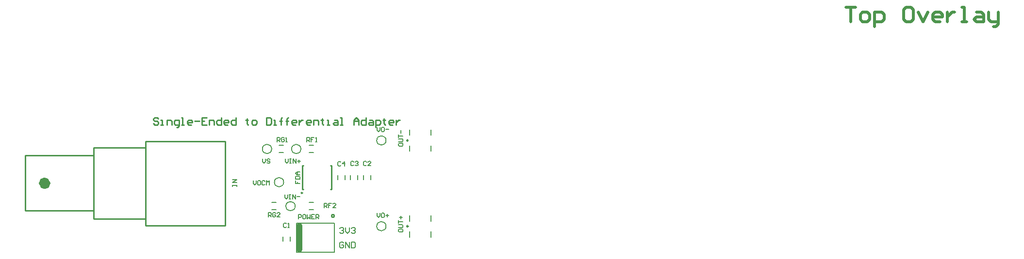
<source format=gto>
G04 Layer_Color=65535*
%FSLAX25Y25*%
%MOIN*%
G70*
G01*
G75*
%ADD17C,0.02000*%
%ADD24C,0.03937*%
%ADD25C,0.00600*%
%ADD26C,0.01000*%
%ADD27C,0.01102*%
%ADD28C,0.00787*%
%ADD29C,0.04000*%
%ADD30C,0.00500*%
%ADD31C,0.00800*%
D17*
X875000Y563997D02*
X881664D01*
X878332D01*
Y554000D01*
X886663D02*
X889995D01*
X891661Y555666D01*
Y558998D01*
X889995Y560665D01*
X886663D01*
X884997Y558998D01*
Y555666D01*
X886663Y554000D01*
X894993Y550668D02*
Y560665D01*
X899992D01*
X901658Y558998D01*
Y555666D01*
X899992Y554000D01*
X894993D01*
X919985Y563997D02*
X916653D01*
X914987Y562331D01*
Y555666D01*
X916653Y554000D01*
X919985D01*
X921652Y555666D01*
Y562331D01*
X919985Y563997D01*
X924984Y560665D02*
X928316Y554000D01*
X931648Y560665D01*
X939979Y554000D02*
X936647D01*
X934981Y555666D01*
Y558998D01*
X936647Y560665D01*
X939979D01*
X941645Y558998D01*
Y557332D01*
X934981D01*
X944977Y560665D02*
Y554000D01*
Y557332D01*
X946644Y558998D01*
X948310Y560665D01*
X949976D01*
X954974Y554000D02*
X958306D01*
X956640D01*
Y563997D01*
X954974D01*
X964971Y560665D02*
X968303D01*
X969969Y558998D01*
Y554000D01*
X964971D01*
X963305Y555666D01*
X964971Y557332D01*
X969969D01*
X973302Y560665D02*
Y555666D01*
X974968Y554000D01*
X979966D01*
Y552334D01*
X978300Y550668D01*
X976634D01*
X979966Y554000D02*
Y560665D01*
D24*
X326772Y442913D02*
G03*
X326772Y442913I-1969J0D01*
G01*
D25*
X480759Y466535D02*
G03*
X480759Y466535I-3200J0D01*
G01*
X500838D02*
G03*
X500838Y466535I-3200J0D01*
G01*
X496901Y427165D02*
G03*
X496901Y427165I-3200J0D01*
G01*
X489027Y443701D02*
G03*
X489027Y443701I-3200J0D01*
G01*
X559302Y413386D02*
G03*
X559302Y413386I-3200J0D01*
G01*
Y472441D02*
G03*
X559302Y472441I-3200J0D01*
G01*
X453694Y440945D02*
Y441945D01*
Y441445D01*
X456693D01*
Y440945D01*
Y441945D01*
Y443444D02*
X453694D01*
X456693Y445443D01*
X453694D01*
X484449Y471457D02*
Y474456D01*
X485948D01*
X486448Y473956D01*
Y472956D01*
X485948Y472456D01*
X484449D01*
X485449D02*
X486448Y471457D01*
X489447Y473956D02*
X488947Y474456D01*
X487948D01*
X487448Y473956D01*
Y471956D01*
X487948Y471457D01*
X488947D01*
X489447Y471956D01*
Y472956D01*
X488448D01*
X490447Y471457D02*
X491447D01*
X490947D01*
Y474456D01*
X490447Y473956D01*
X474606Y459692D02*
Y457693D01*
X475606Y456693D01*
X476606Y457693D01*
Y459692D01*
X479605Y459192D02*
X479105Y459692D01*
X478105D01*
X477605Y459192D01*
Y458692D01*
X478105Y458192D01*
X479105D01*
X479605Y457693D01*
Y457193D01*
X479105Y456693D01*
X478105D01*
X477605Y457193D01*
X490158Y459692D02*
Y457693D01*
X491157Y456693D01*
X492157Y457693D01*
Y459692D01*
X493156D02*
X494156D01*
X493656D01*
Y456693D01*
X493156D01*
X494156D01*
X495656D02*
Y459692D01*
X497655Y456693D01*
Y459692D01*
X498655Y458192D02*
X500654D01*
X499654Y459192D02*
Y457193D01*
X504921Y471457D02*
Y474456D01*
X506421D01*
X506921Y473956D01*
Y472956D01*
X506421Y472456D01*
X504921D01*
X505921D02*
X506921Y471457D01*
X509920Y474456D02*
X507920D01*
Y472956D01*
X508920D01*
X507920D01*
Y471457D01*
X510919D02*
X511919D01*
X511419D01*
Y474456D01*
X510919Y473956D01*
X497001Y444913D02*
Y442913D01*
X498500D01*
Y443913D01*
Y442913D01*
X500000D01*
X497001Y445912D02*
X500000D01*
Y447412D01*
X499500Y447912D01*
X497501D01*
X497001Y447412D01*
Y445912D01*
X500000Y448911D02*
X498001D01*
X497001Y449911D01*
X498001Y450911D01*
X500000D01*
X498500D01*
Y448911D01*
X489764Y435283D02*
Y433283D01*
X490764Y432283D01*
X491763Y433283D01*
Y435283D01*
X492763D02*
X493762D01*
X493263D01*
Y432283D01*
X492763D01*
X493762D01*
X495262D02*
Y435283D01*
X497261Y432283D01*
Y435283D01*
X498261Y433783D02*
X500260D01*
X478346Y419685D02*
Y422684D01*
X479846D01*
X480346Y422184D01*
Y421185D01*
X479846Y420685D01*
X478346D01*
X479346D02*
X480346Y419685D01*
X483345Y422184D02*
X482845Y422684D01*
X481845D01*
X481346Y422184D01*
Y420185D01*
X481845Y419685D01*
X482845D01*
X483345Y420185D01*
Y421185D01*
X482345D01*
X486344Y419685D02*
X484344D01*
X486344Y421684D01*
Y422184D01*
X485844Y422684D01*
X484844D01*
X484344Y422184D01*
X516732Y426181D02*
Y429180D01*
X518232D01*
X518732Y428680D01*
Y427681D01*
X518232Y427181D01*
X516732D01*
X517732D02*
X518732Y426181D01*
X521731Y429180D02*
X519731D01*
Y427681D01*
X520731D01*
X519731D01*
Y426181D01*
X524730D02*
X522730D01*
X524730Y428181D01*
Y428680D01*
X524230Y429180D01*
X523230D01*
X522730Y428680D01*
X468110Y444731D02*
Y442732D01*
X469110Y441732D01*
X470110Y442732D01*
Y444731D01*
X472609D02*
X471609D01*
X471109Y444232D01*
Y442232D01*
X471609Y441732D01*
X472609D01*
X473109Y442232D01*
Y444232D01*
X472609Y444731D01*
X476108Y444232D02*
X475608Y444731D01*
X474608D01*
X474108Y444232D01*
Y442232D01*
X474608Y441732D01*
X475608D01*
X476108Y442232D01*
X477107Y441732D02*
Y444731D01*
X478107Y443732D01*
X479107Y444731D01*
Y441732D01*
X499016Y418307D02*
Y421306D01*
X500515D01*
X501015Y420806D01*
Y419807D01*
X500515Y419307D01*
X499016D01*
X503514Y421306D02*
X502515D01*
X502015Y420806D01*
Y418807D01*
X502515Y418307D01*
X503514D01*
X504014Y418807D01*
Y420806D01*
X503514Y421306D01*
X505014D02*
Y418307D01*
X506013Y419307D01*
X507013Y418307D01*
Y421306D01*
X510012D02*
X508013D01*
Y418307D01*
X510012D01*
X508013Y419807D02*
X509013D01*
X511012Y418307D02*
Y421306D01*
X512511D01*
X513011Y420806D01*
Y419807D01*
X512511Y419307D01*
X511012D01*
X512011D02*
X513011Y418307D01*
X567867Y470003D02*
Y469004D01*
X568367Y468504D01*
X570366D01*
X570866Y469004D01*
Y470003D01*
X570366Y470503D01*
X568367D01*
X567867Y470003D01*
Y471503D02*
X570366D01*
X570866Y472003D01*
Y473002D01*
X570366Y473502D01*
X567867D01*
Y474502D02*
Y476501D01*
Y475502D01*
X570866D01*
X569367Y477501D02*
Y479500D01*
X567867Y410948D02*
Y409949D01*
X568367Y409449D01*
X570366D01*
X570866Y409949D01*
Y410948D01*
X570366Y411448D01*
X568367D01*
X567867Y410948D01*
Y412448D02*
X570366D01*
X570866Y412948D01*
Y413947D01*
X570366Y414447D01*
X567867D01*
Y415447D02*
Y417446D01*
Y416447D01*
X570866D01*
X569367Y418446D02*
Y420445D01*
X568367Y419446D02*
X570366D01*
X528220Y457452D02*
X527720Y457952D01*
X526720D01*
X526221Y457452D01*
Y455453D01*
X526720Y454953D01*
X527720D01*
X528220Y455453D01*
X530719Y454953D02*
Y457952D01*
X529219Y456452D01*
X531219D01*
X537068Y457478D02*
X536568Y457978D01*
X535568D01*
X535069Y457478D01*
Y455479D01*
X535568Y454979D01*
X536568D01*
X537068Y455479D01*
X538067Y457478D02*
X538567Y457978D01*
X539567D01*
X540067Y457478D01*
Y456978D01*
X539567Y456478D01*
X539067D01*
X539567D01*
X540067Y455978D01*
Y455479D01*
X539567Y454979D01*
X538567D01*
X538067Y455479D01*
X545916Y457505D02*
X545416Y458005D01*
X544416D01*
X543917Y457505D01*
Y455505D01*
X544416Y455006D01*
X545416D01*
X545916Y455505D01*
X548915Y455006D02*
X546916D01*
X548915Y457005D01*
Y457505D01*
X548415Y458005D01*
X547415D01*
X546916Y457505D01*
X490895Y415120D02*
X490395Y415620D01*
X489395D01*
X488895Y415120D01*
Y413121D01*
X489395Y412621D01*
X490395D01*
X490895Y413121D01*
X491894Y412621D02*
X492894D01*
X492394D01*
Y415620D01*
X491894Y415120D01*
X553152Y422435D02*
Y420435D01*
X554152Y419436D01*
X555152Y420435D01*
Y422435D01*
X557651D02*
X556651D01*
X556151Y421935D01*
Y419936D01*
X556651Y419436D01*
X557651D01*
X558151Y419936D01*
Y421935D01*
X557651Y422435D01*
X559150Y420935D02*
X561150D01*
X560150Y421935D02*
Y419936D01*
X553152Y481490D02*
Y479491D01*
X554152Y478491D01*
X555152Y479491D01*
Y481490D01*
X557651D02*
X556651D01*
X556151Y480990D01*
Y478991D01*
X556651Y478491D01*
X557651D01*
X558151Y478991D01*
Y480990D01*
X557651Y481490D01*
X559150Y479990D02*
X561150D01*
D26*
X501917Y436221D02*
G03*
X501917Y436221I-440J0D01*
G01*
X523827Y420433D02*
G03*
X523827Y420433I-1000J0D01*
G01*
X394173Y471654D02*
X448819D01*
X394173Y413779D02*
Y471654D01*
Y413779D02*
X448819D01*
Y471654D01*
X358661Y467323D02*
X394173D01*
X358661Y418504D02*
X394173D01*
X358661D02*
Y467323D01*
X311417Y424016D02*
X358661D01*
X311417Y462205D02*
X358661D01*
X311417Y424016D02*
Y462205D01*
X521957Y438673D02*
Y455028D01*
X521153Y438673D02*
X521957D01*
X521153Y455028D02*
X521957D01*
X501665Y438673D02*
X502468D01*
X501665Y455028D02*
X502468D01*
X501665Y438673D02*
Y455028D01*
X402939Y487433D02*
X402106Y488266D01*
X400439D01*
X399606Y487433D01*
Y486600D01*
X400439Y485767D01*
X402106D01*
X402939Y484934D01*
Y484101D01*
X402106Y483268D01*
X400439D01*
X399606Y484101D01*
X404605Y483268D02*
X406271D01*
X405438D01*
Y486600D01*
X404605D01*
X408770Y483268D02*
Y486600D01*
X411269D01*
X412102Y485767D01*
Y483268D01*
X415435Y481602D02*
X416268D01*
X417101Y482435D01*
Y486600D01*
X414601D01*
X413768Y485767D01*
Y484101D01*
X414601Y483268D01*
X417101D01*
X418767D02*
X420433D01*
X419600D01*
Y488266D01*
X418767D01*
X425431Y483268D02*
X423765D01*
X422932Y484101D01*
Y485767D01*
X423765Y486600D01*
X425431D01*
X426264Y485767D01*
Y484934D01*
X422932D01*
X427930Y485767D02*
X431263D01*
X436261Y488266D02*
X432929D01*
Y483268D01*
X436261D01*
X432929Y485767D02*
X434595D01*
X437927Y483268D02*
Y486600D01*
X440426D01*
X441259Y485767D01*
Y483268D01*
X446258Y488266D02*
Y483268D01*
X443759D01*
X442926Y484101D01*
Y485767D01*
X443759Y486600D01*
X446258D01*
X450423Y483268D02*
X448757D01*
X447924Y484101D01*
Y485767D01*
X448757Y486600D01*
X450423D01*
X451256Y485767D01*
Y484934D01*
X447924D01*
X456255Y488266D02*
Y483268D01*
X453755D01*
X452922Y484101D01*
Y485767D01*
X453755Y486600D01*
X456255D01*
X463752Y487433D02*
Y486600D01*
X462919D01*
X464585D01*
X463752D01*
Y484101D01*
X464585Y483268D01*
X467917D02*
X469584D01*
X470417Y484101D01*
Y485767D01*
X469584Y486600D01*
X467917D01*
X467084Y485767D01*
Y484101D01*
X467917Y483268D01*
X477081Y488266D02*
Y483268D01*
X479580D01*
X480413Y484101D01*
Y487433D01*
X479580Y488266D01*
X477081D01*
X482080Y483268D02*
X483746D01*
X482913D01*
Y486600D01*
X482080D01*
X487078Y483268D02*
Y487433D01*
Y485767D01*
X486245D01*
X487911D01*
X487078D01*
Y487433D01*
X487911Y488266D01*
X491243Y483268D02*
Y487433D01*
Y485767D01*
X490410D01*
X492076D01*
X491243D01*
Y487433D01*
X492076Y488266D01*
X497075Y483268D02*
X495409D01*
X494576Y484101D01*
Y485767D01*
X495409Y486600D01*
X497075D01*
X497908Y485767D01*
Y484934D01*
X494576D01*
X499574Y486600D02*
Y483268D01*
Y484934D01*
X500407Y485767D01*
X501240Y486600D01*
X502073D01*
X507071Y483268D02*
X505405D01*
X504572Y484101D01*
Y485767D01*
X505405Y486600D01*
X507071D01*
X507905Y485767D01*
Y484934D01*
X504572D01*
X509571Y483268D02*
Y486600D01*
X512070D01*
X512903Y485767D01*
Y483268D01*
X515402Y487433D02*
Y486600D01*
X514569D01*
X516235D01*
X515402D01*
Y484101D01*
X516235Y483268D01*
X518734D02*
X520400D01*
X519567D01*
Y486600D01*
X518734D01*
X523733D02*
X525399D01*
X526232Y485767D01*
Y483268D01*
X523733D01*
X522900Y484101D01*
X523733Y484934D01*
X526232D01*
X527898Y483268D02*
X529564D01*
X528731D01*
Y488266D01*
X527898D01*
X537062Y483268D02*
Y486600D01*
X538728Y488266D01*
X540394Y486600D01*
Y483268D01*
Y485767D01*
X537062D01*
X545392Y488266D02*
Y483268D01*
X542893D01*
X542060Y484101D01*
Y485767D01*
X542893Y486600D01*
X545392D01*
X547892D02*
X549558D01*
X550391Y485767D01*
Y483268D01*
X547892D01*
X547058Y484101D01*
X547892Y484934D01*
X550391D01*
X552057Y481602D02*
Y486600D01*
X554556D01*
X555389Y485767D01*
Y484101D01*
X554556Y483268D01*
X552057D01*
X557888Y487433D02*
Y486600D01*
X557055D01*
X558721D01*
X557888D01*
Y484101D01*
X558721Y483268D01*
X563720D02*
X562054D01*
X561221Y484101D01*
Y485767D01*
X562054Y486600D01*
X563720D01*
X564553Y485767D01*
Y484934D01*
X561221D01*
X566219Y486600D02*
Y483268D01*
Y484934D01*
X567052Y485767D01*
X567885Y486600D01*
X568718D01*
D27*
X574567Y472441D02*
G03*
X574567Y472441I-551J0D01*
G01*
Y413386D02*
G03*
X574567Y413386I-551J0D01*
G01*
D28*
X485902Y464035D02*
X488902D01*
X485902Y469035D02*
X488902D01*
X506374Y464035D02*
X509374D01*
X506374Y469035D02*
X509374D01*
X480784Y424665D02*
X483783D01*
X480784Y429665D02*
X483783D01*
X506374Y424665D02*
X509374D01*
X506374Y429665D02*
X509374D01*
X497827Y395433D02*
Y415433D01*
X523827Y395433D02*
Y415433D01*
X497827Y395433D02*
X523827D01*
X497827Y415433D02*
X523827D01*
X526043Y445350D02*
Y448350D01*
X531043Y445350D02*
Y448350D01*
X534902Y445350D02*
Y448350D01*
X539902Y445350D02*
Y448350D01*
X543760Y445350D02*
Y448350D01*
X548760Y445350D02*
Y448350D01*
X493642Y403028D02*
Y406028D01*
X488642Y403028D02*
Y406028D01*
D29*
X499827Y397433D02*
Y413433D01*
D30*
X575551Y475984D02*
Y479921D01*
Y464961D02*
Y468898D01*
X590158Y475984D02*
Y479921D01*
Y464961D02*
Y468898D01*
X575551Y416929D02*
Y420866D01*
Y405905D02*
Y409842D01*
X590158Y416929D02*
Y420866D01*
Y405905D02*
Y409842D01*
D31*
X530225Y401797D02*
X529558Y402463D01*
X528226D01*
X527559Y401797D01*
Y399131D01*
X528226Y398465D01*
X529558D01*
X530225Y399131D01*
Y400464D01*
X528892D01*
X531558Y398465D02*
Y402463D01*
X534224Y398465D01*
Y402463D01*
X535557D02*
Y398465D01*
X537556D01*
X538222Y399131D01*
Y401797D01*
X537556Y402463D01*
X535557D01*
X527559Y411797D02*
X528226Y412463D01*
X529558D01*
X530225Y411797D01*
Y411130D01*
X529558Y410464D01*
X528892D01*
X529558D01*
X530225Y409797D01*
Y409131D01*
X529558Y408465D01*
X528226D01*
X527559Y409131D01*
X531558Y412463D02*
Y409797D01*
X532891Y408465D01*
X534224Y409797D01*
Y412463D01*
X535557Y411797D02*
X536223Y412463D01*
X537556D01*
X538222Y411797D01*
Y411130D01*
X537556Y410464D01*
X536889D01*
X537556D01*
X538222Y409797D01*
Y409131D01*
X537556Y408465D01*
X536223D01*
X535557Y409131D01*
M02*

</source>
